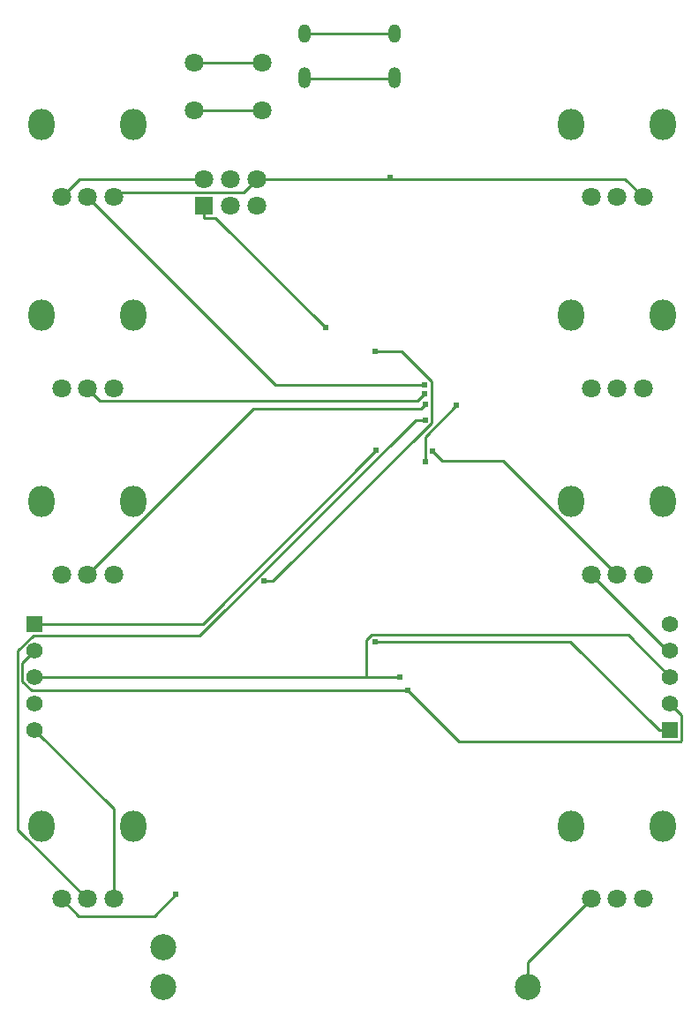
<source format=gbl>
G04 Layer: BottomLayer*
G04 EasyEDA v6.5.22, 2023-03-28 13:18:53*
G04 9d449dd0c0e0408fbd9c808f7c3628e3,f128b93731b54af8bf61243348d08170,10*
G04 Gerber Generator version 0.2*
G04 Scale: 100 percent, Rotated: No, Reflected: No *
G04 Dimensions in inches *
G04 leading zeros omitted , absolute positions ,3 integer and 6 decimal *
%FSLAX36Y36*%
%MOIN*%

%ADD10C,0.0100*%
%ADD11R,0.0709X0.0709*%
%ADD12C,0.0709*%
%ADD13C,0.0984*%
%ADD14O,0.047244X0.070866*%
%ADD15O,0.047244X0.07873999999999999*%
%ADD16C,0.0620*%
%ADD17R,0.0620X0.0620*%
%ADD18O,0.098425X0.11810999999999999*%
%ADD19C,0.0240*%

%LPD*%
D10*
X1201599Y12199D02*
G01*
X1265900Y-52100D01*
X1553900Y-52100D01*
X1634499Y28400D01*
X2444499Y2730000D02*
G01*
X2444499Y2737500D01*
X2444499Y2730000D02*
G01*
X1940000Y2730000D01*
X3398400Y2662199D02*
G01*
X3330600Y2730000D01*
X2444499Y2730000D01*
X1958000Y3168600D02*
G01*
X1702100Y3168600D01*
X1100000Y650000D02*
G01*
X1398400Y351599D01*
X1398400Y12199D01*
X1398400Y2662199D02*
G01*
X1416199Y2680000D01*
X1890000Y2680000D01*
X1940000Y2730000D01*
X2385000Y2080199D02*
G01*
X2486499Y2080199D01*
X2598599Y1968099D01*
X2598599Y1810999D01*
X2000200Y1212600D01*
X1965699Y1212600D01*
X1740000Y2630000D02*
G01*
X1740000Y2583499D01*
X1740000Y2583499D02*
G01*
X1784099Y2583499D01*
X2198699Y2168899D01*
X1958000Y2991399D02*
G01*
X1702100Y2991399D01*
X3300000Y1237199D02*
G01*
X2869799Y1667399D01*
X2639200Y1667399D01*
X2602799Y1703899D01*
X3457899Y650000D02*
G01*
X3123500Y984400D01*
X2385000Y984400D01*
X3500000Y650000D02*
G01*
X3457899Y650000D01*
X1100000Y1050000D02*
G01*
X1735200Y1050000D01*
X2390900Y1705599D01*
X2354200Y850000D02*
G01*
X2479499Y850000D01*
X1100000Y850000D02*
G01*
X2354200Y850000D01*
X2354200Y850000D02*
G01*
X2354200Y988899D01*
X2374099Y1008800D01*
X3341199Y1008800D01*
X3500000Y850000D01*
X2509099Y800000D02*
G01*
X2701199Y607899D01*
X3539200Y607899D01*
X3542100Y610799D01*
X3542100Y707899D01*
X3500000Y750000D01*
X1100000Y950000D02*
G01*
X1053599Y903600D01*
X1053599Y834400D01*
X1088000Y800000D01*
X2509099Y800000D01*
X2575500Y1820599D02*
G01*
X2538500Y1820599D01*
X1723599Y1005700D01*
X1094700Y1005700D01*
X1037399Y948400D01*
X1037399Y274800D01*
X1300000Y12199D01*
X1300000Y1940900D02*
G01*
X1346800Y1894200D01*
X2547100Y1894200D01*
X2574399Y1921500D01*
X1300000Y2662199D02*
G01*
X2009200Y1953000D01*
X2574399Y1953000D01*
X2693199Y1875399D02*
G01*
X2575600Y1757800D01*
X2575600Y1664699D01*
X2460100Y3113699D02*
G01*
X2454700Y3108299D01*
X2125299Y3108299D01*
X2119899Y3113699D01*
X2119899Y3278299D02*
G01*
X2460100Y3278299D01*
X3201599Y12199D02*
G01*
X2963999Y-225399D01*
X2963999Y-318800D01*
X3201599Y1237199D02*
G01*
X3488800Y950000D01*
X3500000Y950000D01*
X1201599Y2662199D02*
G01*
X1269399Y2730000D01*
X1740000Y2730000D01*
X1300000Y1237199D02*
G01*
X1926400Y1863499D01*
X2558699Y1863499D01*
X2574799Y1879699D01*
D11*
G01*
X1740000Y2630000D03*
D12*
G01*
X1740000Y2730000D03*
G01*
X1840000Y2630000D03*
G01*
X1840000Y2730000D03*
G01*
X1940000Y2630000D03*
G01*
X1940000Y2730000D03*
D13*
G01*
X1586019Y-318820D03*
G01*
X1586019Y-171179D03*
G01*
X2963980Y-318820D03*
D12*
G01*
X1702049Y3168580D03*
G01*
X1957950Y3168580D03*
G01*
X1702049Y2991419D03*
G01*
X1957950Y2991419D03*
D14*
G01*
X2460079Y3278310D03*
G01*
X2119920Y3278310D03*
D15*
G01*
X2119920Y3113739D03*
G01*
X2460079Y3113739D03*
D16*
G01*
X3500000Y1050000D03*
G01*
X3500000Y950000D03*
G01*
X3500000Y850000D03*
G01*
X3500000Y750000D03*
D17*
G01*
X3500000Y650000D03*
D16*
G01*
X1100000Y650000D03*
G01*
X1100000Y750000D03*
G01*
X1100000Y850000D03*
G01*
X1100000Y950000D03*
D17*
G01*
X1100000Y1050000D03*
D18*
G01*
X1473230Y2937199D03*
G01*
X1126779Y2937790D03*
D12*
G01*
X1398419Y2662199D03*
G01*
X1300010Y2662199D03*
G01*
X1201580Y2662199D03*
D18*
G01*
X1473230Y2215949D03*
G01*
X1126779Y2216540D03*
D12*
G01*
X1398419Y1940949D03*
G01*
X1300010Y1940949D03*
G01*
X1201580Y1940949D03*
D18*
G01*
X1473230Y1512199D03*
G01*
X1126779Y1512790D03*
D12*
G01*
X1398419Y1237199D03*
G01*
X1300010Y1237199D03*
G01*
X1201580Y1237199D03*
D18*
G01*
X1473230Y287199D03*
G01*
X1126779Y287789D03*
D12*
G01*
X1398419Y12199D03*
G01*
X1300010Y12199D03*
G01*
X1201580Y12199D03*
D18*
G01*
X3473230Y2937199D03*
G01*
X3126779Y2937790D03*
D12*
G01*
X3398429Y2662199D03*
G01*
X3300010Y2662199D03*
G01*
X3201580Y2662199D03*
D18*
G01*
X3473230Y2215949D03*
G01*
X3126779Y2216540D03*
D12*
G01*
X3398429Y1940949D03*
G01*
X3300010Y1940949D03*
G01*
X3201580Y1940949D03*
D18*
G01*
X3473230Y1512199D03*
G01*
X3126779Y1512790D03*
D12*
G01*
X3398429Y1237199D03*
G01*
X3300010Y1237199D03*
G01*
X3201580Y1237199D03*
D18*
G01*
X3473230Y287199D03*
G01*
X3126779Y287789D03*
D12*
G01*
X3398429Y12199D03*
G01*
X3300010Y12199D03*
G01*
X3201580Y12199D03*
D19*
G01*
X2575600Y1664699D03*
G01*
X2693199Y1875399D03*
G01*
X2574399Y1953000D03*
G01*
X2574399Y1921500D03*
G01*
X2574799Y1879699D03*
G01*
X2575500Y1820599D03*
G01*
X2509099Y800000D03*
G01*
X2479499Y850000D03*
G01*
X2390900Y1705599D03*
G01*
X2385000Y984400D03*
G01*
X2602799Y1703899D03*
G01*
X2198699Y2168899D03*
G01*
X1965699Y1212600D03*
G01*
X2385000Y2080199D03*
G01*
X2444499Y2737500D03*
G01*
X1634499Y28400D03*
M02*

</source>
